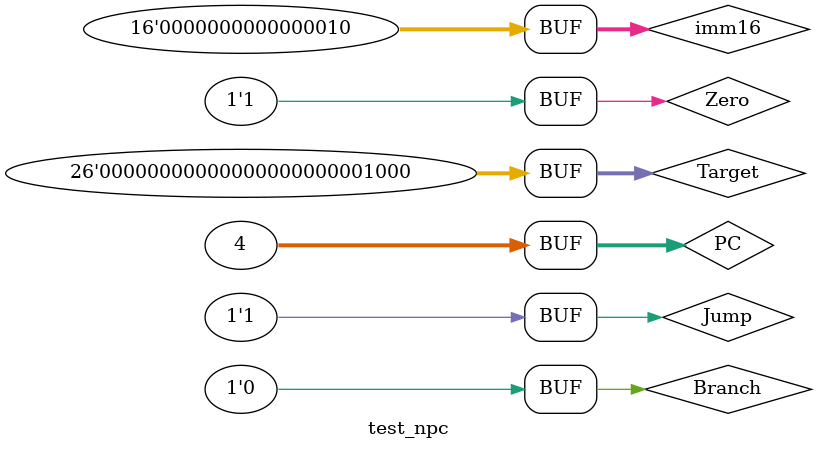
<source format=v>
module test_npc();
    reg [31:0] PC;
    reg [25:0] Target;
    reg [15:0] imm16;
    reg Branch, Zero, Jump;
    
    wire [31:0] NPC;
    npc _npc(PC, imm16, Branch, Zero, Jump,Target,  NPC);
   initial
    begin
     PC = 32'b100;
     Target = 26'b1000;
     imm16 = 16'b10;
     Zero = 1;
     Branch = 1;
     Jump = 0;
     #10 Jump=1;
     Branch = 0;
     
    end

   endmodule

</source>
